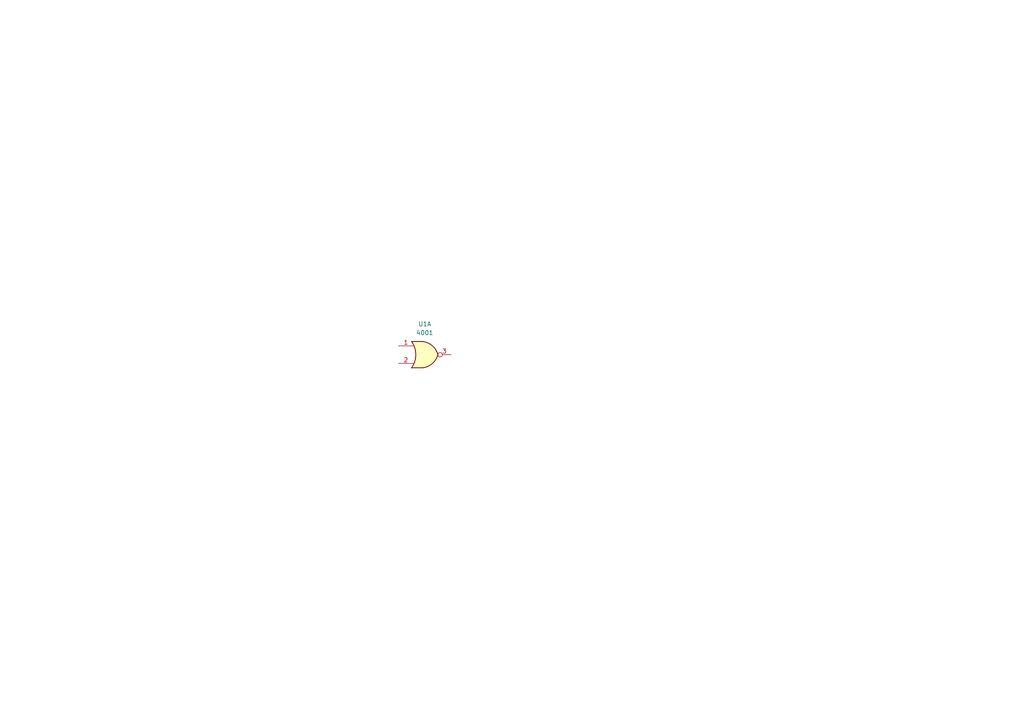
<source format=kicad_sch>
(kicad_sch (version 20250114) (generator "eeschema") (generator_version "9.0")
  (paper "A4")
  (lib_symbols
    (symbol "4xxx:4001" (pin_names (offset 1.016))
      (property "Reference" "U" (at 0 1.27 0))
      (property "Value" "4001" (at 0 -1.27 0))
      (symbol "4001_1_1"
        (arc (start -3.81 3.81) (mid -2.589 0) (end -3.81 -3.81) (stroke (width 0.254)))
        (polyline (pts (xy -3.81 3.81) (xy -0.635 3.81)) (stroke (width 0.254)) (fill (type background)))
        (polyline (pts (xy -3.81 -3.81) (xy -0.635 -3.81)) (stroke (width 0.254)) (fill (type background)))
        (arc (start 3.81 0) (mid 2.1855 -2.584) (end -0.6096 -3.81) (stroke (width 0.254)) (fill (type background)))
        (arc (start -0.6096 3.81) (mid 2.1928 2.5924) (end 3.81 0) (stroke (width 0.254)) (fill (type background)))
        (polyline (pts (xy -0.635 3.81) (xy -3.81 3.81) (xy -3.81 3.81) (xy -3.556 3.4036) (xy -3.0226 2.2606) (xy -2.6924 1.0414) (xy -2.6162 -0.254) (xy -2.7686 -1.4986) (xy -3.175 -2.7178) (xy -3.81 -3.81) (xy -3.81 -3.81) (xy -0.635 -3.81)) (stroke (width -25.4)) (fill (type background)))
        (pin input line (at -7.62 2.54 0) (length 4.318) (name "~") (number "1"))
        (pin input line (at -7.62 -2.54 0) (length 4.318) (name "~") (number "2"))
        (pin output inverted (at 7.62 0 180) (length 3.81) (name "~") (number "3"))
      )
      (symbol "4001_1_2"
        (arc (start 0 3.81) (mid 3.7934 0) (end 0 -3.81) (stroke (width 0.254)) (fill (type background)))
        (polyline (pts (xy 0 3.81) (xy -3.81 3.81) (xy -3.81 -3.81) (xy 0 -3.81)) (stroke (width 0.254)) (fill (type background)))
        (pin input inverted (at -7.62 2.54 0) (length 3.81) (name "~") (number "1"))
        (pin input inverted (at -7.62 -2.54 0) (length 3.81) (name "~") (number "2"))
        (pin output line (at 7.62 0 180) (length 3.81) (name "~") (number "3"))
      )
      (symbol "4001_2_1"
        (arc (start -3.81 3.81) (mid -2.589 0) (end -3.81 -3.81) (stroke (width 0.254)))
        (polyline (pts (xy -3.81 3.81) (xy -0.635 3.81)) (stroke (width 0.254)) (fill (type background)))
        (polyline (pts (xy -3.81 -3.81) (xy -0.635 -3.81)) (stroke (width 0.254)) (fill (type background)))
        (arc (start 3.81 0) (mid 2.1855 -2.584) (end -0.6096 -3.81) (stroke (width 0.254)) (fill (type background)))
        (arc (start -0.6096 3.81) (mid 2.1928 2.5924) (end 3.81 0) (stroke (width 0.254)) (fill (type background)))
        (polyline (pts (xy -0.635 3.81) (xy -3.81 3.81) (xy -3.81 3.81) (xy -3.556 3.4036) (xy -3.0226 2.2606) (xy -2.6924 1.0414) (xy -2.6162 -0.254) (xy -2.7686 -1.4986) (xy -3.175 -2.7178) (xy -3.81 -3.81) (xy -3.81 -3.81) (xy -0.635 -3.81)) (stroke (width -25.4)) (fill (type background)))
        (pin input line (at -7.62 2.54 0) (length 4.318) (name "~") (number "5"))
        (pin input line (at -7.62 -2.54 0) (length 4.318) (name "~") (number "6"))
        (pin output inverted (at 7.62 0 180) (length 3.81) (name "~") (number "4"))
      )
      (symbol "4001_2_2"
        (arc (start 0 3.81) (mid 3.7934 0) (end 0 -3.81) (stroke (width 0.254)) (fill (type background)))
        (polyline (pts (xy 0 3.81) (xy -3.81 3.81) (xy -3.81 -3.81) (xy 0 -3.81)) (stroke (width 0.254)) (fill (type background)))
        (pin input inverted (at -7.62 2.54 0) (length 3.81) (name "~") (number "5"))
        (pin input inverted (at -7.62 -2.54 0) (length 3.81) (name "~") (number "6"))
        (pin output line (at 7.62 0 180) (length 3.81) (name "~") (number "4"))
      )
      (symbol "4001_3_1"
        (arc (start -3.81 3.81) (mid -2.589 0) (end -3.81 -3.81) (stroke (width 0.254)))
        (polyline (pts (xy -3.81 3.81) (xy -0.635 3.81)) (stroke (width 0.254)) (fill (type background)))
        (polyline (pts (xy -3.81 -3.81) (xy -0.635 -3.81)) (stroke (width 0.254)) (fill (type background)))
        (arc (start 3.81 0) (mid 2.1855 -2.584) (end -0.6096 -3.81) (stroke (width 0.254)) (fill (type background)))
        (arc (start -0.6096 3.81) (mid 2.1928 2.5924) (end 3.81 0) (stroke (width 0.254)) (fill (type background)))
        (polyline (pts (xy -0.635 3.81) (xy -3.81 3.81) (xy -3.81 3.81) (xy -3.556 3.4036) (xy -3.0226 2.2606) (xy -2.6924 1.0414) (xy -2.6162 -0.254) (xy -2.7686 -1.4986) (xy -3.175 -2.7178) (xy -3.81 -3.81) (xy -3.81 -3.81) (xy -0.635 -3.81)) (stroke (width -25.4)) (fill (type background)))
        (pin input line (at -7.62 2.54 0) (length 4.318) (name "~") (number "8"))
        (pin input line (at -7.62 -2.54 0) (length 4.318) (name "~") (number "9"))
        (pin output inverted (at 7.62 0 180) (length 3.81) (name "~") (number "10"))
      )
      (symbol "4001_3_2"
        (arc (start 0 3.81) (mid 3.7934 0) (end 0 -3.81) (stroke (width 0.254)) (fill (type background)))
        (polyline (pts (xy 0 3.81) (xy -3.81 3.81) (xy -3.81 -3.81) (xy 0 -3.81)) (stroke (width 0.254)) (fill (type background)))
        (pin input inverted (at -7.62 2.54 0) (length 3.81) (name "~") (number "8"))
        (pin input inverted (at -7.62 -2.54 0) (length 3.81) (name "~") (number "9"))
        (pin output line (at 7.62 0 180) (length 3.81) (name "~") (number "10"))
      )
      (symbol "4001_4_1"
        (arc (start -3.81 3.81) (mid -2.589 0) (end -3.81 -3.81) (stroke (width 0.254)))
        (polyline (pts (xy -3.81 3.81) (xy -0.635 3.81)) (stroke (width 0.254)) (fill (type background)))
        (polyline (pts (xy -3.81 -3.81) (xy -0.635 -3.81)) (stroke (width 0.254)) (fill (type background)))
        (arc (start 3.81 0) (mid 2.1855 -2.584) (end -0.6096 -3.81) (stroke (width 0.254)) (fill (type background)))
        (arc (start -0.6096 3.81) (mid 2.1928 2.5924) (end 3.81 0) (stroke (width 0.254)) (fill (type background)))
        (polyline (pts (xy -0.635 3.81) (xy -3.81 3.81) (xy -3.81 3.81) (xy -3.556 3.4036) (xy -3.0226 2.2606) (xy -2.6924 1.0414) (xy -2.6162 -0.254) (xy -2.7686 -1.4986) (xy -3.175 -2.7178) (xy -3.81 -3.81) (xy -3.81 -3.81) (xy -0.635 -3.81)) (stroke (width -25.4)) (fill (type background)))
        (pin input line (at -7.62 2.54 0) (length 4.318) (name "~") (number "12"))
        (pin input line (at -7.62 -2.54 0) (length 4.318) (name "~") (number "13"))
        (pin output inverted (at 7.62 0 180) (length 3.81) (name "~") (number "11"))
      )
      (symbol "4001_4_2"
        (arc (start 0 3.81) (mid 3.7934 0) (end 0 -3.81) (stroke (width 0.254)) (fill (type background)))
        (polyline (pts (xy 0 3.81) (xy -3.81 3.81) (xy -3.81 -3.81) (xy 0 -3.81)) (stroke (width 0.254)) (fill (type background)))
        (pin input inverted (at -7.62 2.54 0) (length 3.81) (name "~") (number "12"))
        (pin input inverted (at -7.62 -2.54 0) (length 3.81) (name "~") (number "13"))
        (pin output line (at 7.62 0 180) (length 3.81) (name "~") (number "11"))
      )
      (symbol "4001_5_0"
        (pin power_in line (at 0 12.7 270) (length 5.08) (name "VDD") (number "14"))
        (pin power_in line (at 0 -12.7 90) (length 5.08) (name "VSS") (number "7"))
      )
      (symbol "4001_5_1"
        (rectangle (start -5.08 7.62) (end 5.08 -7.62) (stroke (width 0.254)) (fill (type background)))
      )
    )
  )
  (symbol (lib_id "4xxx:4001") (at 123.19 102.87 0) (unit 1)
    (property "Reference" "U1" (at 123.19 93.98 0))
    (property "Value" "4001" (at 123.19 96.52 0))
    (property "Datasheet" "http://www.intersil.com/content/dam/Intersil/documents/cd40/cd4000bms-01bms-02bms-25bms.pdf" (effects (hide yes)))
    (property "Description" "Quad Nor 2 inputs" (effects (hide yes)))
  )
)
</source>
